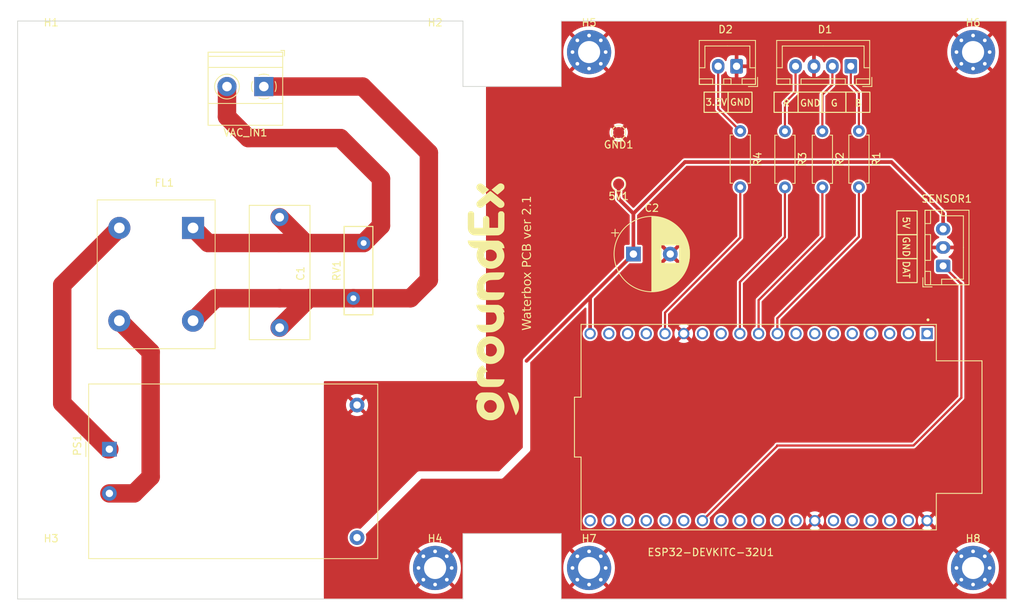
<source format=kicad_pcb>
(kicad_pcb (version 20221018) (generator pcbnew)
  (layers (0 "F.Cu" signal) (31 "B.Cu" signal) (34 "B.Paste" user) (35 "F.Paste" user) (36 "B.SilkS" user "B.Silkscreen") (37 "F.SilkS" user "F.Silkscreen") (38 "B.Mask" user) (39 "F.Mask" user) (44 "Edge.Cuts" user))
  (net 0 "")
  (net 1 "+5V")
  (net 2 "GND")
  (net 3 "Net-(VAC_IN1-Pin_2)")
  (net 4 "Net-(D1-BA)")
  (net 5 "Net-(PS1-AC{slash}L)")
  (net 6 "Net-(PS1-AC{slash}N)")
  (net 7 "Net-(D1-GA)")
  (net 8 "Net-(D1-RA)")
  (net 9 "Net-(D2-A)")
  (net 10 "Net-(VAC_IN1-Pin_1)")
  (net 11 "/RGBLED_B")
  (net 12 "/RGBLED_G")
  (net 13 "/RGBLED_R")
  (net 14 "/LED_TEL")
  (net 15 "/Sensor_Data")
  (footprint "Resistor_THT:R_Axial_DIN0207_L6.3mm_D2.5mm_P7.62mm_Horizontal" (layer "F.Cu") (at 156.5 67.79 -90)
    (fp_text reference "R4" (at 3.81 -2.37 90) (layer "F.SilkS"))
    (fp_text value "330R")
    (pad "1" thru_hole circle (at 0 0 270) (size 1.6 1.6) (drill 0.8) (layers "*.Cu" "*.Mask") (net 9 "Net-(D2-A)"))
    (pad "2" thru_hole oval (at 7.62 0 270) (size 1.6 1.6) (drill 0.8) (layers "*.Cu" "*.Mask") (net 14 "/LED_TEL"))
  )
  (footprint "Connector_JST:JST_XH_B4B-XH-A_1x04_P2.50mm_Vertical" (layer "F.Cu") (at 171.5 59 180)
    (fp_text reference "D1" (at 3.5 5) (layer "F.SilkS"))
    (fp_text value "LED_BGKR" hide)
    (pad "1" thru_hole roundrect (at 0 0 180) (size 1.7 1.95) (drill 0.95) (layers "*.Cu" "*.Mask") (roundrect_rratio 0.1470588235) (net 4 "Net-(D1-BA)"))
    (pad "2" thru_hole oval (at 2.5 0 180) (size 1.7 1.95) (drill 0.95) (layers "*.Cu" "*.Mask") (net 7 "Net-(D1-GA)"))
    (pad "3" thru_hole oval (at 5 0 180) (size 1.7 1.95) (drill 0.95) (layers "*.Cu" "*.Mask") (net 2 "GND"))
    (pad "4" thru_hole oval (at 7.5 0 180) (size 1.7 1.95) (drill 0.95) (layers "*.Cu" "*.Mask") (net 8 "Net-(D1-RA)"))
  )
  (footprint "Connector_JST:JST_XH_B3B-XH-A_1x03_P2.50mm_Vertical" (layer "F.Cu") (at 184.023 86.106 90)
    (fp_text reference "SENSOR1" (at 9.106 0.477) (layer "F.SilkS"))
    (fp_text value "Conn_01x03")
    (pad "1" thru_hole roundrect (at 0 0 90) (size 1.7 1.95) (drill 0.95) (layers "*.Cu" "*.Mask") (roundrect_rratio 0.1470588235) (net 15 "/Sensor_Data"))
    (pad "2" thru_hole oval (at 2.5 0 90) (size 1.7 1.95) (drill 0.95) (layers "*.Cu" "*.Mask") (net 2 "GND"))
    (pad "3" thru_hole oval (at 5 0 90) (size 1.7 1.95) (drill 0.95) (layers "*.Cu" "*.Mask") (net 1 "+5V"))
  )
  (footprint "TestPoint:TestPoint_Pad_D1.5mm" (layer "F.Cu") (at 140 68 180)
    (fp_text reference "GND1" (at 0 -1.648) (layer "F.SilkS"))
    (fp_text value "TP2")
    (pad "1" smd circle (at 0 0 180) (size 1.5 1.5) (layers "F.Cu" "F.Mask") (net 2 "GND"))
  )
  (footprint "MountingHole:MountingHole_3mm_Pad_Via" (layer "F.Cu") (at 135.987 127.127)
    (fp_text reference "H7" (at 0 -4) (layer "F.SilkS"))
    (fp_text value "MountingHole_Pad")
    (pad "1" thru_hole circle (at -2.25 0) (size 0.8 0.8) (drill 0.5) (layers "*.Cu" "*.Mask") (net 2 "GND"))
    (pad "1" thru_hole circle (at -1.59099 -1.59099) (size 0.8 0.8) (drill 0.5) (layers "*.Cu" "*.Mask") (net 2 "GND"))
    (pad "1" thru_hole circle (at -1.59099 1.59099) (size 0.8 0.8) (drill 0.5) (layers "*.Cu" "*.Mask") (net 2 "GND"))
    (pad "1" thru_hole circle (at 0 -2.25) (size 0.8 0.8) (drill 0.5) (layers "*.Cu" "*.Mask") (net 2 "GND"))
    (pad "1" thru_hole circle (at 0 0) (size 6 6) (drill 3) (layers "*.Cu" "*.Mask") (net 2 "GND"))
    (pad "1" thru_hole circle (at 0 2.25) (size 0.8 0.8) (drill 0.5) (layers "*.Cu" "*.Mask") (net 2 "GND"))
    (pad "1" thru_hole circle (at 1.59099 -1.59099) (size 0.8 0.8) (drill 0.5) (layers "*.Cu" "*.Mask") (net 2 "GND"))
    (pad "1" thru_hole circle (at 1.59099 1.59099) (size 0.8 0.8) (drill 0.5) (layers "*.Cu" "*.Mask") (net 2 "GND"))
    (pad "1" thru_hole circle (at 2.25 0) (size 0.8 0.8) (drill 0.5) (layers "*.Cu" "*.Mask") (net 2 "GND"))
  )
  (footprint "Converter_ACDC:Converter_ACDC_HiLink_HLK-5Mxx" (layer "F.Cu") (at 70.9 111)
    (fp_text reference "PS1" (at -4.34 -0.55 90) (layer "F.SilkS"))
    (fp_text value "HLK-5M05")
    (pad "1" thru_hole rect (at 0 0) (size 2 2) (drill 1) (layers "*.Cu" "*.Mask") (net 5 "Net-(PS1-AC{slash}L)"))
    (pad "2" thru_hole circle (at 0 6) (size 2 2) (drill 1) (layers "*.Cu" "*.Mask") (net 6 "Net-(PS1-AC{slash}N)"))
    (pad "3" thru_hole circle (at 33.6 -6) (size 2 2) (drill 1) (layers "*.Cu" "*.Mask") (net 2 "GND"))
    (pad "4" thru_hole circle (at 33.6 12) (size 2 2) (drill 1) (layers "*.Cu" "*.Mask") (net 1 "+5V"))
  )
  (footprint "TestPoint:TestPoint_Pad_D1.5mm" (layer "F.Cu") (at 140 75 180)
    (fp_text reference "5V1" (at 0 -1.648) (layer "F.SilkS"))
    (fp_text value "TP1")
    (pad "1" smd circle (at 0 0 180) (size 1.5 1.5) (layers "F.Cu" "F.Mask") (net 1 "+5V"))
  )
  (footprint "Varistor:RV_Disc_D12mm_W3.9mm_P7.5mm" (layer "F.Cu") (at 105.4 83 -90)
    (fp_text reference "RV1" (at 3.75 3.65 90) (layer "F.SilkS"))
    (fp_text value "10D561")
    (pad "1" thru_hole circle (at 0 0 270) (size 1.8 1.8) (drill 0.8) (layers "*.Cu" "*.Mask") (net 3 "Net-(VAC_IN1-Pin_2)"))
    (pad "2" thru_hole circle (at 7.5 1.4 270) (size 1.8 1.8) (drill 0.8) (layers "*.Cu" "*.Mask") (net 10 "Net-(VAC_IN1-Pin_1)"))
  )
  (footprint "MountingHole:MountingHole_3mm_Pad_Via" (layer "F.Cu") (at 135.987 57.071)
    (fp_text reference "H5" (at 0 -4) (layer "F.SilkS"))
    (fp_text value "MountingHole_Pad")
    (pad "1" thru_hole circle (at -2.25 0) (size 0.8 0.8) (drill 0.5) (layers "*.Cu" "*.Mask") (net 2 "GND"))
    (pad "1" thru_hole circle (at -1.59099 -1.59099) (size 0.8 0.8) (drill 0.5) (layers "*.Cu" "*.Mask") (net 2 "GND"))
    (pad "1" thru_hole circle (at -1.59099 1.59099) (size 0.8 0.8) (drill 0.5) (layers "*.Cu" "*.Mask") (net 2 "GND"))
    (pad "1" thru_hole circle (at 0 -2.25) (size 0.8 0.8) (drill 0.5) (layers "*.Cu" "*.Mask") (net 2 "GND"))
    (pad "1" thru_hole circle (at 0 0) (size 6 6) (drill 3) (layers "*.Cu" "*.Mask") (net 2 "GND"))
    (pad "1" thru_hole circle (at 0 2.25) (size 0.8 0.8) (drill 0.5) (layers "*.Cu" "*.Mask") (net 2 "GND"))
    (pad "1" thru_hole circle (at 1.59099 -1.59099) (size 0.8 0.8) (drill 0.5) (layers "*.Cu" "*.Mask") (net 2 "GND"))
    (pad "1" thru_hole circle (at 1.59099 1.59099) (size 0.8 0.8) (drill 0.5) (layers "*.Cu" "*.Mask") (net 2 "GND"))
    (pad "1" thru_hole circle (at 2.25 0) (size 0.8 0.8) (drill 0.5) (layers "*.Cu" "*.Mask") (net 2 "GND"))
  )
  (footprint "ESP32-DEVKITC-32U:MODULE_ESP32-DEVKITC-32U" (layer "F.Cu") (at 159 108 -90)
    (fp_text reference "ESP32-DEVKITC-32U1" (at 17 6.5) (layer "F.SilkS"))
    (fp_text value "ESP32-DEVKITC-32U")
    (pad "1" thru_hole rect (at -12.7 -22.85 270) (size 1.53 1.53) (drill 1.02) (layers "*.Cu" "*.Mask"))
    (pad "2" thru_hole circle (at -12.7 -20.31 270) (size 1.53 1.53) (drill 1.02) (layers "*.Cu" "*.Mask"))
    (pad "3" thru_hole circle (at -12.7 -17.77 270) (size 1.53 1.53) (drill 1.02) (layers "*.Cu" "*.Mask"))
    (pad "4" thru_hole circle (at -12.7 -15.23 270) (size 1.53 1.53) (drill 1.02) (layers "*.Cu" "*.Mask"))
    (pad "5" thru_hole circle (at -12.7 -12.69 270) (size 1.53 1.53) (drill 1.02) (layers "*.Cu" "*.Mask"))
    (pad "6" thru_hole circle (at -12.7 -10.15 270) (size 1.53 1.53) (drill 1.02) (layers "*.Cu" "*.Mask"))
    (pad "7" thru_hole circle (at -12.7 -7.61 270) (size 1.53 1.53) (drill 1.02) (layers "*.Cu" "*.Mask"))
    (pad "8" thru_hole circle (at -12.7 -5.07 270) (size 1.53 1.53) (drill 1.02) (layers "*.Cu" "*.Mask"))
    (pad "9" thru_hole circle (at -12.7 -2.53 270) (size 1.53 1.53) (drill 1.02) (layers "*.Cu" "*.Mask") (net 11 "/RGBLED_B"))
    (pad "10" thru_hole circle (at -12.7 0.01 270) (size 1.53 1.53) (drill 1.02) (layers "*.Cu" "*.Mask") (net 12 "/RGBLED_G"))
    (pad "11" thru_hole circle (at -12.7 2.55 270) (size 1.53 1.53) (drill 1.02) (layers "*.Cu" "*.Mask") (net 13 "/RGBLED_R"))
    (pad "12" thru_hole circle (at -12.7 5.09 270) (size 1.53 1.53) (drill 1.02) (layers "*.Cu" "*.Mask"))
    (pad "13" thru_hole circle (at -12.7 7.63 270) (size 1.53 1.53) (drill 1.02) (layers "*.Cu" "*.Mask"))
    (pad "14" thru_hole circle (at -12.7 10.17 270) (size 1.53 1.53) (drill 1.02) (layers "*.Cu" "*.Mask") (net 2 "GND"))
    (pad "15" thru_hole circle (at -12.7 12.71 270) (size 1.53 1.53) (drill 1.02) (layers "*.Cu" "*.Mask") (net 14 "/LED_TEL"))
    (pad "16" thru_hole circle (at -12.7 15.25 270) (size 1.53 1.53) (drill 1.02) (layers "*.Cu" "*.Mask"))
    (pad "17" thru_hole circle (at -12.7 17.79 270) (size 1.53 1.53) (drill 1.02) (layers "*.Cu" "*.Mask"))
    (pad "18" thru_hole circle (at -12.7 20.33 270) (size 1.53 1.53) (drill 1.02) (layers "*.Cu" "*.Mask"))
    (pad "19" thru_hole circle (at -12.7 22.87 270) (size 1.53 1.53) (drill 1.02) (layers "*.Cu" "*.Mask") (net 1 "+5V"))
    (pad "20" thru_hole circle (at 12.7 22.87 270) (size 1.53 1.53) (drill 1.02) (layers "*.Cu" "*.Mask"))
    (pad "21" thru_hole circle (at 12.7 20.33 270) (size 1.53 1.53) (drill 1.02) (layers "*.Cu" "*.Mask"))
    (pad "22" thru_hole circle (at 12.7 17.79 270) (size 1.53 1.53) (drill 1.02) (layers "*.Cu" "*.Mask"))
    (pad "23" thru_hole circle (at 12.7 15.25 270) (size 1.53 1.53) (drill 1.02) (layers "*.Cu" "*.Mask"))
    (pad "24" thru_hole circle (at 12.7 12.71 270) (size 1.53 1.53) (drill 1.02) (layers "*.Cu" "*.Mask"))
    (pad "25" thru_hole circle (at 12.7 10.17 270) (size 1.53 1.53) (drill 1.02) (layers "*.Cu" "*.Mask"))
    (pad "26" thru_hole circle (at 12.7 7.63 270) (size 1.53 1.53) (drill 1.02) (layers "*.Cu" "*.Mask") (net 15 "/Sensor_Data"))
    (pad "27" thru_hole circle (at 12.7 5.09 270) (size 1.53 1.53) (drill 1.02) (layers "*.Cu" "*.Mask"))
    (pad "28" thru_hole circle (at 12.7 2.55 270) (size 1.53 1.53) (drill 1.02) (layers "*.Cu" "*.Mask"))
    (pad "29" thru_hole circle (at 12.7 0.01 270) (size 1.53 1.53) (drill 1.02) (layers "*.Cu" "*.Mask"))
    (pad "30" thru_hole circle (at 12.7 -2.53 270) (size 1.53 1.53) (drill 1.02) (layers "*.Cu" "*.Mask"))
    (pad "31" thru_hole circle (at 12.7 -5.07 270) (size 1.53 1.53) (drill 1.02) (layers "*.Cu" "*.Mask"))
    (pad "32" thru_hole circle (at 12.7 -7.61 270) (size 1.53 1.53) (drill 1.02) (layers "*.Cu" "*.Mask") (net 2 "GND"))
    (pad "33" thru_hole circle (at 12.7 -10.15 270) (size 1.53 1.53) (drill 1.02) (layers "*.Cu" "*.Mask"))
    (pad "34" thru_hole circle (at 12.7 -12.69 270) (size 1.53 1.53) (drill 1.02) (layers "*.Cu" "*.Mask"))
    (pad "35" thru_hole circle (at 12.7 -15.23 270) (size 1.53 1.53) (drill 1.02) (layers "*.Cu" "*.Mask"))
    (pad "36" thru_hole circle (at 12.7 -17.77 270) (size 1.53 1.53) (drill 1.02) (layers "*.Cu" "*.Mask"))
    (pad "37" thru_hole circle (at 12.7 -20.31 270) (size 1.53 1.53) (drill 1.02) (layers "*.Cu" "*.Mask"))
    (pad "38" thru_hole circle (at 12.7 -22.85 270) (size 1.53 1.53) (drill 1.02) (layers "*.Cu" "*.Mask") (net 2 "GND"))
  )
  (footprint "TerminalBlock_Phoenix:TerminalBlock_Phoenix_MKDS-1,5-2_1x02_P5.00mm_Horizontal" (layer "F.Cu") (at 91.8575 61.75 180)
    (fp_text reference "VAC_IN1" (at 2.5 -6.26) (layer "F.SilkS"))
    (fp_text value "Screw_Terminal_01x02")
    (pad "1" thru_hole rect (at 0 0 180) (size 2.6 2.6) (drill 1.3) (layers "*.Cu" "*.Mask") (net 10 "Net-(VAC_IN1-Pin_1)"))
    (pad "2" thru_hole circle (at 5 0 180) (size 2.6 2.6) (drill 1.3) (layers "*.Cu" "*.Mask") (net 3 "Net-(VAC_IN1-Pin_2)"))
  )
  (footprint "MountingHole:MountingHole_3mm" (layer "F.Cu") (at 62.994 57.071)
    (fp_text reference "H1" (at 0 -4) (layer "F.SilkS"))
    (fp_text value "MountingHole_Pad")
    (pad "" np_thru_hole circle (at 0 0) (size 3 3) (drill 3) (layers "*.Cu" "*.Mask"))
  )
  (footprint "MountingHole:MountingHole_3mm_Pad_Via" (layer "F.Cu") (at 115.094 127.127)
    (fp_text reference "H4" (at 0 -4) (layer "F.SilkS"))
    (fp_text value "MountingHole_Pad")
    (pad "1" thru_hole circle (at -2.25 0) (size 0.8 0.8) (drill 0.5) (layers "*.Cu" "*.Mask") (net 2 "GND"))
    (pad "1" thru_hole circle (at -1.59099 -1.59099) (size 0.8 0.8) (drill 0.5) (layers "*.Cu" "*.Mask") (net 2 "GND"))
    (pad "1" thru_hole circle (at -1.59099 1.59099) (size 0.8 0.8) (drill 0.5) (layers "*.Cu" "*.Mask") (net 2 "GND"))
    (pad "1" thru_hole circle (at 0 -2.25) (size 0.8 0.8) (drill 0.5) (layers "*.Cu" "*.Mask") (net 2 "GND"))
    (pad "1" thru_hole circle (at 0 0) (size 6 6) (drill 3) (layers "*.Cu" "*.Mask") (net 2 "GND"))
    (pad "1" thru_hole circle (at 0 2.25) (size 0.8 0.8) (drill 0.5) (layers "*.Cu" "*.Mask") (net 2 "GND"))
    (pad "1" thru_hole circle (at 1.59099 -1.59099) (size 0.8 0.8) (drill 0.5) (layers "*.Cu" "*.Mask") (net 2 "GND"))
    (pad "1" thru_hole circle (at 1.59099 1.59099) (size 0.8 0.8) (drill 0.5) (layers "*.Cu" "*.Mask") (net 2 "GND"))
    (pad "1" thru_hole circle (at 2.25 0) (size 0.8 0.8) (drill 0.5) (layers "*.Cu" "*.Mask") (net 2 "GND"))
  )
  (footprint "MountingHole:MountingHole_3mm_Pad_Via" (layer "F.Cu") (at 188.087 57.071)
    (fp_text reference "H6" (at 0 -4) (layer "F.SilkS"))
    (fp_text value "MountingHole_Pad")
    (pad "1" thru_hole circle (at -2.25 0) (size 0.8 0.8) (drill 0.5) (layers "*.Cu" "*.Mask") (net 2 "GND"))
    (pad "1" thru_hole circle (at -1.59099 -1.59099) (size 0.8 0.8) (drill 0.5) (layers "*.Cu" "*.Mask") (net 2 "GND"))
    (pad "1" thru_hole circle (at -1.59099 1.59099) (size 0.8 0.8) (drill 0.5) (layers "*.Cu" "*.Mask") (net 2 "GND"))
    (pad "1" thru_hole circle (at 0 -2.25) (size 0.8 0.8) (drill 0.5) (layers "*.Cu" "*.Mask") (net 2 "GND"))
    (pad "1" thru_hole circle (at 0 0) (size 6 6) (drill 3) (layers "*.Cu" "*.Mask") (net 2 "GND"))
    (pad "1" thru_hole circle (at 0 2.25) (size 0.8 0.8) (drill 0.5) (layers "*.Cu" "*.Mask") (net 2 "GND"))
    (pad "1" thru_hole circle (at 1.59099 -1.59099) (size 0.8 0.8) (drill 0.5) (layers "*.Cu" "*.Mask") (net 2 "GND"))
    (pad "1" thru_hole circle (at 1.59099 1.59099) (size 0.8 0.8) (drill 0.5) (layers "*.Cu" "*.Mask") (net 2 "GND"))
    (pad "1" thru_hole circle (at 2.25 0) (size 0.8 0.8) (drill 0.5) (layers "*.Cu" "*.Mask") (net 2 "GND"))
  )
  (footprint "Capacitor_THT:CP_Radial_D10.0mm_P5.00mm" (layer "F.Cu") (at 142 84.5)
    (fp_text reference "C2" (at 2.5 -6.25) (layer "F.SilkS"))
    (fp_text value "220 uF")
    (pad "1" thru_hole rect (at 0 0) (size 2 2) (drill 1) (layers "*.Cu" "*.Mask") (net 1 "+5V"))
    (pad "2" thru_hole circle (at 5 0) (size 2 2) (drill 1) (layers "*.Cu" "*.Mask") (net 2 "GND"))
  )
  (footprint "MountingHole:MountingHole_3mm" (layer "F.Cu") (at 115.094 57.071)
    (fp_text reference "H2" (at 0 -4) (layer "F.SilkS"))
    (fp_text value "MountingHole_Pad")
    (pad "" np_thru_hole circle (at 0 0) (size 3 3) (drill 3) (layers "*.Cu" "*.Mask"))
  )
  (footprint "Inductor_THT:L_CommonMode_PulseElectronics_PH9455x705NL_1" (layer "F.Cu") (at 82.25 80.95 -90)
    (fp_text reference "FL1" (at -6.119 3.894 unlocked) (layer "F.SilkS"))
    (fp_text value "10 mH")
    (pad "1" thru_hole rect (at 0 0 270) (size 3 3) (drill 1.45) (layers "*.Cu" "*.Mask") (net 3 "Net-(VAC_IN1-Pin_2)"))
    (pad "2" thru_hole circle (at 0 10 270) (size 3 3) (drill 1.45) (layers "*.Cu" "*.Mask") (net 5 "Net-(PS1-AC{slash}L)"))
    (pad "3" thru_hole circle (at 12.6 10 270) (size 3 3) (drill 1.45) (layers "*.Cu" "*.Mask") (net 6 "Net-(PS1-AC{slash}N)"))
    (pad "4" thru_hole circle (at 12.6 0 270) (size 3 3) (drill 1.45) (layers "*.Cu" "*.Mask") (net 10 "Net-(VAC_IN1-Pin_1)"))
  )
  (footprint "Resistor_THT:R_Axial_DIN0207_L6.3mm_D2.5mm_P7.62mm_Horizontal" (layer "F.Cu") (at 167.64 67.818 -90)
    (fp_text reference "R2" (at 3.81 -2.37 90) (layer "F.SilkS"))
    (fp_text value "330R")
    (pad "1" thru_hole circle (at 0 0 270) (size 1.6 1.6) (drill 0.8) (layers "*.Cu" "*.Mask") (net 7 "Net-(D1-GA)"))
    (pad "2" thru_hole oval (at 7.62 0 270) (size 1.6 1.6) (drill 0.8) (layers "*.Cu" "*.Mask") (net 12 "/RGBLED_G"))
  )
  (footprint "Connector_JST:JST_XH_B2B-XH-A_1x02_P2.50mm_Vertical" (layer "F.Cu") (at 156 59 180)
    (fp_text reference "D2" (at 1.5 5 180) (layer "F.SilkS"))
    (fp_text value "LED" hide)
    (pad "1" thru_hole roundrect (at 0 0 180) (size 1.7 2) (drill 1) (layers "*.Cu" "*.Mask") (roundrect_rratio 0.1470588235) (net 2 "GND"))
    (pad "2" thru_hole oval (at 2.5 0 180) (size 1.7 2) (drill 1) (layers "*.Cu" "*.Mask") (net 9 "Net-(D2-A)"))
  )
  (footprint "Capacitor_THT:C_Rect_L18.0mm_W8.0mm_P15.00mm_FKS3_FKP3" (layer "F.Cu") (at 94 79.5 -90)
    (fp_text reference "C1" (at 7.6425 -2.841 90) (layer "F.SilkS"))
    (fp_text value "0.1 uF / 275 V")
    (pad "1" thru_hole circle (at 0 0 270) (size 2.4 2.4) (drill 1.2) (layers "*.Cu" "*.Mask") (net 3 "Net-(VAC_IN1-Pin_2)"))
    (pad "2" thru_hole circle (at 15 0 270) (size 2.4 2.4) (drill 1.2) (layers "*.Cu" "*.Mask") (net 10 "Net-(VAC_IN1-Pin_1)"))
  )
  (footprint "Logo:GroundEx Logo 12x7 mm" (layer "F.Cu") (at 123 91 90)
    (fp_text reference "G***" hide)
    (fp_text value "LOGO" hide)
  )
  (footprint "Resistor_THT:R_Axial_DIN0207_L6.3mm_D2.5mm_P7.62mm_Horizontal" (layer "F.Cu") (at 162.56 67.818 -90)
    (fp_text reference "R3" (at 3.81 -2.37 90) (layer "F.SilkS"))
    (fp_text value "330R")
    (pad "1" thru_hole circle (at 0 0 270) (size 1.6 1.6) (drill 0.8) (layers "*.Cu" "*.Mask") (net 8 "Net-(D1-RA)"))
    (pad "2" thru_hole oval (at 7.62 0 270) (size 1.6 1.6) (drill 0.8) (layers "*.Cu" "*.Mask") (net 13 "/RGBLED_R"))
  )
  (footprint "MountingHole:MountingHole_3mm" (layer "F.Cu") (at 62.994 127.127)
    (fp_text reference "H3" (at 0 -4) (layer "F.SilkS"))
    (fp_text value "MountingHole_Pad")
    (pad "" np_thru_hole circle (at 0 0) (size 3 3) (drill 3) (layers "*.Cu" "*.Mask"))
  )
  (footprint "MountingHole:MountingHole_3mm_Pad_Via" (layer "F.Cu") (at 188.087 127.127)
    (fp_text reference "H8" (at 0 -4) (layer "F.SilkS"))
    (fp_text value "MountingHole_Pad")
    (pad "1" thru_hole circle (at -2.25 0) (size 0.8 0.8) (drill 0.5) (layers "*.Cu" "*.Mask") (net 2 "GND"))
    (pad "1" thru_hole circle (at -1.59099 -1.59099) (size 0.8 0.8) (drill 0.5) (layers "*.Cu" "*.Mask") (net 2 "GND"))
    (pad "1" thru_hole circle (at -1.59099 1.59099) (size 0.8 0.8) (drill 0.5) (layers "*.Cu" "*.Mask") (net 2 "GND"))
    (pad "1" thru_hole circle (at 0 -2.25) (size 0.8 0.8) (drill 0.5) (layers "*.Cu" "*.Mask") (net 2 "GND"))
    (pad "1" thru_hole circle (at 0 0) (size 6 6) (drill 3) (layers "*.Cu" "*.Mask") (net 2 "GND"))
    (pad "1" thru_hole circle (at 0 2.25) (size 0.8 0.8) (drill 0.5) (layers "*.Cu" "*.Mask") (net 2 "GND"))
    (pad "1" thru_hole circle (at 1.59099 -1.59099) (size 0.8 0.8) (drill 0.5) (layers "*.Cu" "*.Mask") (net 2 "GND"))
    (pad "1" thru_hole circle (at 1.59099 1.59099) (size 0.8 0.8) (drill 0.5) (layers "*.Cu" "*.Mask") (net 2 "GND"))
    (pad "1" thru_hole circle (at 2.25 0) (size 0.8 0.8) (drill 0.5) (layers "*.Cu" "*.Mask") (net 2 "GND"))
  )
  (footprint "Resistor_THT:R_Axial_DIN0207_L6.3mm_D2.5mm_P7.62mm_Horizontal" (layer "F.Cu") (at 172.6 67.79 -90)
    (fp_text reference "R1" (at 3.81 -2.37 90) (layer "F.SilkS"))
    (fp_text value "330R")
    (pad "1" thru_hole circle (at 0 0 270) (size 1.6 1.6) (drill 0.8) (layers "*.Cu" "*.Mask") (net 4 "Net-(D1-BA)"))
    (pad "2" thru_hole oval (at 7.62 0 270) (size 1.6 1.6) (drill 0.8) (layers "*.Cu" "*.Mask") (net 11 "/RGBLED_B"))
  )
  (gr_rect (start 167.589 62.506) (end 170.839 65.256) (stroke (width 0.15)) (fill none) (layer "F.SilkS"))
  (gr_rect (start 151.594 62.506) (end 154.844 65.256) (stroke (width 0.15)) (fill none) (layer "F.SilkS"))
  (gr_rect (start 177.75 78.625) (end 180.5 81.875) (stroke (width 0.15)) (fill none) (layer "F.SilkS"))
  (gr_rect (start 170.839 62.506) (end 174.089 65.256) (stroke (width 0.15)) (fill none) (layer "F.SilkS"))
  (gr_rect (start 161.089 62.506) (end 164.339 65.256) (stroke (width 0.15)) (fill none) (layer "F.SilkS"))
  (gr_rect (start 154.844 62.506) (end 158.094 65.256) (stroke (width 0.15)) (fill none) (layer "F.SilkS"))
  (gr_rect (start 164.339 62.506) (end 167.589 65.256) (stroke (width 0.15)) (fill none) (layer "F.SilkS"))
  (gr_rect (start 177.75 85.125) (end 180.5 88.375) (stroke (width 0.15)) (fill none) (layer "F.SilkS"))
  (gr_rect (start 177.75 81.875) (end 180.5 85.125) (stroke (width 0.15)) (fill none) (layer "F.SilkS"))
  (gr_line (start 118.873 61.746274) (end 132.208 61.746274) (stroke (width 0.1)) (layer "Edge.Cuts"))
  (gr_line (start 132.208 61.746274) (end 132.208 52.856274) (stroke (width 0.1)) (layer "Edge.Cuts"))
  (gr_line (start 118.873 131.342274) (end 58.453 131.342274) (stroke (width 0.1)) (layer "Edge.Cuts"))
  (gr_line (start 192.628 52.856274) (end 192.628 131.342274) (stroke (width 0.1)) (layer "Edge.Cuts"))
  (gr_line (start 118.873 52.856274) (end 118.873 61.746274) (stroke (width 0.1)) (layer "Edge.Cuts"))
  (gr_line (start 192.628 131.342274) (end 132.208 131.342274) (stroke (width 0.1)) (layer "Edge.Cuts"))
  (gr_line (start 132.208 131.342274) (end 132.208 122.452274) (stroke (width 0.1)) (layer "Edge.Cuts"))
  (gr_line (start 132.208 122.452274) (end 118.873 122.452274) (stroke (width 0.1)) (layer "Edge.Cuts"))
  (gr_line (start 58.453 52.856274) (end 118.873 52.856274) (stroke (width 0.1)) (layer "Edge.Cuts"))
  (gr_line (start 118.873 122.452274) (end 118.873 131.342274) (stroke (width 0.1)) (layer "Edge.Cuts"))
  (gr_line (start 58.453 131.342274) (end 58.453 52.856274) (stroke (width 0.1)) (layer "Edge.Cuts"))
  (gr_line (start 132.208 52.856274) (end 192.628 52.856274) (stroke (width 0.1)) (layer "Edge.Cuts"))
  (gr_text "G" (at 169.25 64) (layer "F.SilkS") (effects (font (size 0.9 0.9))))
  (gr_text "3.3V\n" (at 153.25 63.881) (layer "F.SilkS") (effects (font (size 0.9 0.9))))
  (gr_text "5V" (at 179 80.25 -90) (layer "F.SilkS") (effects (font (size 0.9 0.9))))
  (gr_text "R" (at 162.75 64) (layer "F.SilkS") (effects (font (size 0.9 0.9))))
  (gr_text "Waterbox PCB ver 2.1" (at 128.3 94.9 90) (layer "F.SilkS") (effects (font (size 1.2 1.2)) (justify left bottom)))
  (gr_text "B" (at 172.5 64) (layer "F.SilkS") (effects (font (size 0.9 0.9))))
  (gr_text "GND" (at 179 83.5 -90) (layer "F.SilkS") (effects (font (size 0.9 0.9))))
  (gr_text "DAT" (at 179 86.625 -90) (layer "F.SilkS") (effects (font (size 0.9 0.9))))
  (gr_text "GND\n" (at 156.5 63.881) (layer "F.SilkS") (effects (font (size 0.9 0.9))))
  (gr_text "GND" (at 166 64) (layer "F.SilkS") (effects (font (size 0.9 0.9))))
  (segment (start 142 79) (end 149 72) (width 0.5) (layer "F.Cu") (net 1))
  (segment (start 136.13 90.37) (end 136.25 90.25) (width 0.5) (layer "F.Cu") (net 1))
  (segment (start 184.023 79.023) (end 184.023 81.106) (width 0.5) (layer "F.Cu") (net 1))
  (segment (start 177 72) (end 184.023 79.023) (width 0.5) (layer "F.Cu") (net 1))
  (segment (start 142 84.5) (end 142 79) (width 0.5) (layer "F.Cu") (net 1))
  (segment (start 136.25 90.25) (end 142 84.5) (width 0.5) (layer "F.Cu") (net 1))
  (segment (start 140 77) (end 142 79) (width 0.5) (layer "F.Cu") (net 1))
  (segment (start 149 72) (end 177 72) (width 0.5) (layer "F.Cu") (net 1))
  (segment (start 140 75) (end 140 77) (width 0.5) (layer "F.Cu") (net 1))
  (segment (start 136.25 90.25) (end 127.5 99) (width 0.5) (layer "F.Cu") (net 1))
  (segment (start 136.13 95.3) (end 136.13 90.37) (width 0.5) (layer "F.Cu") (net 1))
  (segment (start 86.8575 65.8575) (end 86.8575 61.75) (width 2.5) (layer "F.Cu") (net 3))
  (segment (start 102.25 68.75) (end 89.75 68.75) (width 2.5) (layer "F.Cu") (net 3))
  (segment (start 105.4 83) (end 97.75 83) (width 2.5) (layer "F.Cu") (net 3))
  (segment (start 97.5 83) (end 97.75 83) (width 2.5) (layer "F.Cu") (net 3))
  (segment (start 107.75 74.25) (end 102.25 68.75) (width 2.5) (layer "F.Cu") (net 3))
  (segment (start 107.75 80.65) (end 107.75 74.25) (width 2.5) (layer "F.Cu") (net 3))
  (segment (start 94 79.5) (end 97.5 83) (width 2.5) (layer "F.Cu") (net 3))
  (segment (start 89.75 68.75) (end 86.8575 65.8575) (width 2.5) (layer "F.Cu") (net 3))
  (segment (start 94 83) (end 84.3 83) (width 2.5) (layer "F.Cu") (net 3))
  (segment (start 84.3 83) (end 82.25 80.95) (width 2.5) (layer "F.Cu") (net 3))
  (segment (start 105.4 83) (end 107.75 80.65) (width 2.5) (layer "F.Cu") (net 3))
  (segment (start 97.75 83) (end 94 83) (width 2.5) (layer "F.Cu") (net 3))
  (segment (start 171.5 59) (end 171.5 61.5) (width 0.3) (layer "F.Cu") (net 4))
  (segment (start 171.5 61.5) (end 172.6 62.6) (width 0.3) (layer "F.Cu") (net 4))
  (segment (start 172.6 62.6) (end 172.6 67.79) (width 0.3) (layer "F.Cu") (net 4))
  (segment (start 64.5 88.7) (end 72.25 80.95) (width 2.5) (layer "F.Cu") (net 5))
  (segment (start 70.9 111) (end 70.75 111) (width 2.5) (layer "F.Cu") (net 5))
  (segment (start 64.5 104.75) (end 64.5 88.7) (width 2.5) (layer "F.Cu") (net 5))
  (segment (start 70.75 111) (end 64.5 104.75) (width 2.5) (layer "F.Cu") (net 5))
  (segment (start 74.25 117) (end 76.5 114.75) (width 2.5) (layer "F.Cu") (net 6))
  (segment (start 76.5 97.8) (end 72.25 93.55) (width 2.5) (layer "F.Cu") (net 6))
  (segment (start 76.5 114.75) (end 76.5 97.8) (width 2.5) (layer "F.Cu") (net 6))
  (segment (start 70.9 117) (end 74.25 117) (width 2.5) (layer "F.Cu") (net 6))
  (segment (start 167.64 67.818) (end 167.64 62.86) (width 0.3) (layer "F.Cu") (net 7))
  (segment (start 169 61.5) (end 169 59) (width 0.3) (layer "F.Cu") (net 7))
  (segment (start 167.64 62.86) (end 169 61.5) (width 0.3) (layer "F.Cu") (net 7))
  (segment (start 162.5 64) (end 162.56 64.06) (width 0.3) (layer "F.Cu") (net 8))
  (segment (start 164 62.5) (end 162.5 64) (width 0.3) (layer "F.Cu") (net 8))
  (segment (start 162.56 64.06) (end 162.56 67.818) (width 0.3) (layer "F.Cu") (net 8))
  (segment (start 164 59) (end 164 62.5) (width 0.3) (layer "F.Cu") (net 8))
  (segment (start 153.5 64.79) (end 156.5 67.79) (width 0.3) (layer "F.Cu") (net 9))
  (segment (start 153.5 59) (end 153.5 64.79) (width 0.3) (layer "F.Cu") (net 9))
  (segment (start 105.25 61.75) (end 114.25 70.75) (width 2.5) (layer "F.Cu") (net 10))
  (segment (start 104 90.5) (end 98 90.5) (width 2.5) (layer "F.Cu") (net 10))
  (segment (start 114.25 70.75) (end 114.25 88) (width 2.5) (layer "F.Cu") (net 10))
  (segment (start 98 90.5) (end 94 90.5) (width 2.5) (layer "F.Cu") (net 10))
  (segment (start 114.25 88) (end 111.75 90.5) (width 2.5) (layer "F.Cu") (net 10))
  (segment (start 85.3 90.5) (end 82.25 93.55) (width 2.5) (layer "F.Cu") (net 10))
  (segment (start 91.8575 61.75) (end 105.25 61.75) (width 2.5) (layer "F.Cu") (net 10))
  (segment (start 94 94.5) (end 98 90.5) (width 2.5) (layer "F.Cu") (net 10))
  (segment (start 94 90.5) (end 85.3 90.5) (width 2.5) (layer "F.Cu") (net 10))
  (segment (start 111.75 90.5) (end 104 90.5) (width 2.5) (layer "F.Cu") (net 10))
  (segment (start 161.53 95.3) (end 161.53 93.22) (width 0.3) (layer "F.Cu") (net 11))
  (segment (start 161.53 93.22) (end 172.6 82.15) (width 0.3) (layer "F.Cu") (net 11))
  (segment (start 172.6 82.15) (end 172.6 75.41) (width 0.3) (layer "F.Cu") (net 11))
  (segment (start 158.99 95.3) (end 158.99 90.76) (width 0.3) (layer "F.Cu") (net 12))
  (segment (start 158.99 90.76) (end 167.64 82.11) (width 0.3) (layer "F.Cu") (net 12))
  (segment (start 167.64 82.11) (end 167.64 75.438) (width 0.3) (layer "F.Cu") (net 12))
  (segment (start 162.56 82.19) (end 162.56 75.438) (width 0.3) (layer "F.Cu") (net 13))
  (segment (start 156.45 95.3) (end 156.45 88.3) (width 0.3) (layer "F.Cu") (net 13))
  (segment (start 156.45 88.3) (end 162.56 82.19) (width 0.3) (layer "F.Cu") (net 13))
  (segment (start 146.29 95.3) (end 146.29 92.46) (width 0.3) (layer "F.Cu") (net 14))
  (segment (start 156.5 82.25) (end 156.5 75.41) (width 0.3) (layer "F.Cu") (net 14))
  (segment (start 146.29 92.46) (end 156.5 82.25) (width 0.3) (layer "F.Cu") (net 14))
  (segment (start 180 110.5) (end 161.5 110.5) (width 0.3) (layer "F.Cu") (net 15))
  (segment (start 186.5 88.5) (end 186.5 104) (width 0.3) (layer "F.Cu") (net 15))
  (segment (start 161.5 110.57) (end 151.37 120.7) (width 0.3) (layer "F.Cu") (net 15))
  (segment (start 186.5 104) (end 180 110.5) (width 0.3) (layer "F.Cu") (net 15))
  (segment (start 161.5 110.5) (end 161.5 110.57) (width 0.3) (layer "F.Cu") (net 15))
  (segment (start 186.417 88.5) (end 186.5 88.5) (width 0.3) (layer "F.Cu") (net 15))
  (segment (start 184.023 86.106) (end 186.417 88.5) (width 0.3) (layer "F.Cu") (net 15))
  (zone (net 2) (net_name "GND") (layer "F.Cu") (connect_pads (clearance 0.254)) (min_thickness 0.25) (fill yes (thermal_gap 0.5) (thermal_bridge_width 0.5))
    (polygon (pts (xy 194.5 133) (xy 100 133.25) (xy 100 101.75) (xy 122 101.75) (xy 122 50.25) (xy 194.5 50)))
  )
)
</source>
